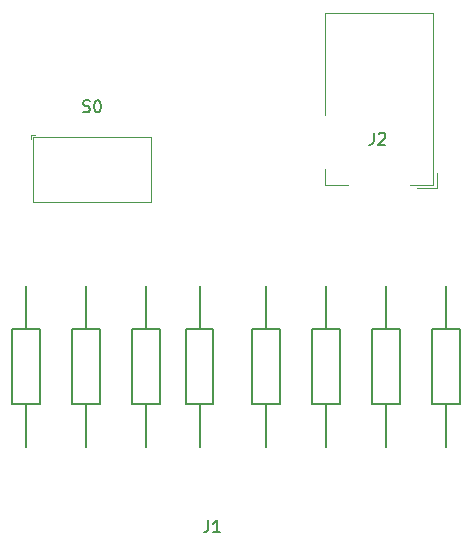
<source format=gbr>
%TF.GenerationSoftware,KiCad,Pcbnew,6.0.0*%
%TF.CreationDate,2022-01-23T12:17:05+01:00*%
%TF.ProjectId,pcb,7063622e-6b69-4636-9164-5f7063625858,1.0*%
%TF.SameCoordinates,Original*%
%TF.FileFunction,Legend,Top*%
%TF.FilePolarity,Positive*%
%FSLAX46Y46*%
G04 Gerber Fmt 4.6, Leading zero omitted, Abs format (unit mm)*
G04 Created by KiCad (PCBNEW 6.0.0) date 2022-01-23 12:17:05*
%MOMM*%
%LPD*%
G01*
G04 APERTURE LIST*
%ADD10C,0.150000*%
%ADD11C,0.200000*%
%ADD12C,0.120000*%
G04 APERTURE END LIST*
D10*
%TO.C,S0*%
X146240051Y-80778239D02*
X146382908Y-80825858D01*
X146621003Y-80825858D01*
X146716241Y-80778239D01*
X146763860Y-80730620D01*
X146811479Y-80635382D01*
X146811479Y-80540144D01*
X146763860Y-80444906D01*
X146716241Y-80397287D01*
X146621003Y-80349668D01*
X146430527Y-80302049D01*
X146335289Y-80254430D01*
X146287670Y-80206811D01*
X146240051Y-80111573D01*
X146240051Y-80016335D01*
X146287670Y-79921097D01*
X146335289Y-79873478D01*
X146430527Y-79825858D01*
X146668622Y-79825858D01*
X146811479Y-79873478D01*
X147430527Y-79825858D02*
X147525765Y-79825858D01*
X147621003Y-79873478D01*
X147668622Y-79921097D01*
X147716241Y-80016335D01*
X147763860Y-80206811D01*
X147763860Y-80444906D01*
X147716241Y-80635382D01*
X147668622Y-80730620D01*
X147621003Y-80778239D01*
X147525765Y-80825858D01*
X147430527Y-80825858D01*
X147335289Y-80778239D01*
X147287670Y-80730620D01*
X147240051Y-80635382D01*
X147192432Y-80444906D01*
X147192432Y-80206811D01*
X147240051Y-80016335D01*
X147287670Y-79921097D01*
X147335289Y-79873478D01*
X147430527Y-79825858D01*
%TO.C,J2*%
X170833622Y-82575858D02*
X170833622Y-83290144D01*
X170786003Y-83433001D01*
X170690765Y-83528239D01*
X170547908Y-83575858D01*
X170452670Y-83575858D01*
X171262194Y-82671097D02*
X171309813Y-82623478D01*
X171405051Y-82575858D01*
X171643146Y-82575858D01*
X171738384Y-82623478D01*
X171786003Y-82671097D01*
X171833622Y-82766335D01*
X171833622Y-82861573D01*
X171786003Y-83004430D01*
X171214575Y-83575858D01*
X171833622Y-83575858D01*
%TO.C,J1*%
X156828622Y-115385858D02*
X156828622Y-116100144D01*
X156781003Y-116243001D01*
X156685765Y-116338239D01*
X156542908Y-116385858D01*
X156447670Y-116385858D01*
X157828622Y-116385858D02*
X157257194Y-116385858D01*
X157542908Y-116385858D02*
X157542908Y-115385858D01*
X157447670Y-115528716D01*
X157352432Y-115623954D01*
X157257194Y-115671573D01*
D11*
%TO.C,R2*%
X173041956Y-105513478D02*
X170741956Y-105513478D01*
X170741956Y-105513478D02*
X170741956Y-99213478D01*
X173041956Y-99213478D02*
X173041956Y-105513478D01*
X170741956Y-99213478D02*
X173041956Y-99213478D01*
X171891956Y-105513478D02*
X171891956Y-109163478D01*
X171891956Y-95563478D02*
X171891956Y-99213478D01*
%TO.C,R7*%
X146491956Y-105513478D02*
X146491956Y-109163478D01*
X147641956Y-99213478D02*
X147641956Y-105513478D01*
X146491956Y-95563478D02*
X146491956Y-99213478D01*
X145341956Y-99213478D02*
X147641956Y-99213478D01*
X145341956Y-105513478D02*
X145341956Y-99213478D01*
X147641956Y-105513478D02*
X145341956Y-105513478D01*
%TO.C,R6*%
X150421956Y-105513478D02*
X150421956Y-99213478D01*
X151571956Y-105513478D02*
X151571956Y-109163478D01*
X151571956Y-95563478D02*
X151571956Y-99213478D01*
X152721956Y-99213478D02*
X152721956Y-105513478D01*
X150421956Y-99213478D02*
X152721956Y-99213478D01*
X152721956Y-105513478D02*
X150421956Y-105513478D01*
D12*
%TO.C,S0*%
X141839456Y-82753478D02*
X141839456Y-83078478D01*
X141839456Y-82753478D02*
X142176956Y-82753478D01*
X142001956Y-82903478D02*
X151976956Y-82903478D01*
X151976956Y-82903478D02*
X151976956Y-88478478D01*
X151976956Y-88478478D02*
X142001956Y-88478478D01*
X142001956Y-88478478D02*
X142001956Y-82903478D01*
D11*
%TO.C,R4*%
X160581956Y-105513478D02*
X160581956Y-99213478D01*
X161731956Y-95563478D02*
X161731956Y-99213478D01*
X161731956Y-105513478D02*
X161731956Y-109163478D01*
X162881956Y-99213478D02*
X162881956Y-105513478D01*
X162881956Y-105513478D02*
X160581956Y-105513478D01*
X160581956Y-99213478D02*
X162881956Y-99213478D01*
%TO.C,R8*%
X141411956Y-105513478D02*
X141411956Y-109163478D01*
X142561956Y-99213478D02*
X142561956Y-105513478D01*
X140261956Y-99213478D02*
X142561956Y-99213478D01*
X142561956Y-105513478D02*
X140261956Y-105513478D01*
X141411956Y-95563478D02*
X141411956Y-99213478D01*
X140261956Y-105513478D02*
X140261956Y-99213478D01*
%TO.C,R3*%
X167961956Y-105513478D02*
X165661956Y-105513478D01*
X165661956Y-105513478D02*
X165661956Y-99213478D01*
X166811956Y-105513478D02*
X166811956Y-109163478D01*
X167961956Y-99213478D02*
X167961956Y-105513478D01*
X166811956Y-95563478D02*
X166811956Y-99213478D01*
X165661956Y-99213478D02*
X167961956Y-99213478D01*
D12*
%TO.C,J2*%
X168711956Y-86968478D02*
X166711956Y-86968478D01*
X166711956Y-72468478D02*
X175911956Y-72468478D01*
X175911956Y-72468478D02*
X175911956Y-86968478D01*
X166711956Y-86968478D02*
X166711956Y-85668478D01*
X174511956Y-87268478D02*
X176211956Y-87268478D01*
X176211956Y-87268478D02*
X176211956Y-85968478D01*
X175911956Y-86968478D02*
X173911956Y-86968478D01*
X166711956Y-81068478D02*
X166711956Y-72468478D01*
D11*
%TO.C,R1*%
X176971956Y-95563478D02*
X176971956Y-99213478D01*
X176971956Y-105513478D02*
X176971956Y-109163478D01*
X178121956Y-105513478D02*
X175821956Y-105513478D01*
X175821956Y-99213478D02*
X178121956Y-99213478D01*
X178121956Y-99213478D02*
X178121956Y-105513478D01*
X175821956Y-105513478D02*
X175821956Y-99213478D01*
%TO.C,R5*%
X154951156Y-105513478D02*
X154951156Y-99213478D01*
X157251156Y-105513478D02*
X154951156Y-105513478D01*
X154951156Y-99213478D02*
X157251156Y-99213478D01*
X156101156Y-95563478D02*
X156101156Y-99213478D01*
X156101156Y-105513478D02*
X156101156Y-109163478D01*
X157251156Y-99213478D02*
X157251156Y-105513478D01*
%TD*%
M02*

</source>
